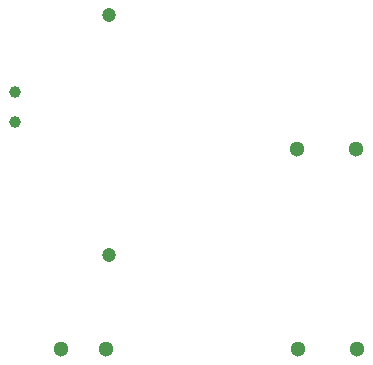
<source format=gbr>
%TF.GenerationSoftware,KiCad,Pcbnew,(5.1.9-0-10_14)*%
%TF.CreationDate,2021-02-20T17:04:12+00:00*%
%TF.ProjectId,SSR-PCB,5353522d-5043-4422-9e6b-696361645f70,rev?*%
%TF.SameCoordinates,Original*%
%TF.FileFunction,Plated,1,4,PTH,Drill*%
%TF.FilePolarity,Positive*%
%FSLAX46Y46*%
G04 Gerber Fmt 4.6, Leading zero omitted, Abs format (unit mm)*
G04 Created by KiCad (PCBNEW (5.1.9-0-10_14)) date 2021-02-20 17:04:12*
%MOMM*%
%LPD*%
G01*
G04 APERTURE LIST*
%TA.AperFunction,ComponentDrill*%
%ADD10C,1.000000*%
%TD*%
%TA.AperFunction,ComponentDrill*%
%ADD11C,1.200000*%
%TD*%
%TA.AperFunction,ComponentDrill*%
%ADD12C,1.300000*%
%TD*%
G04 APERTURE END LIST*
D10*
%TO.C,J1*%
X-161030000Y-25120000D03*
X-161030000Y-27660000D03*
D11*
%TO.C,Resistor_SSR1*%
X-153060000Y-18660000D03*
X-153060000Y-38980000D03*
D12*
%TO.C,SSR-Ithink1*%
X-157090000Y-46885000D03*
X-153340000Y-46885000D03*
%TO.C,J2*%
X-137120000Y-29990000D03*
%TO.C,SSR-Ithink1*%
X-137090000Y-46885000D03*
%TO.C,J2*%
X-132120000Y-29990000D03*
%TO.C,SSR-Ithink1*%
X-132090000Y-46885000D03*
M02*

</source>
